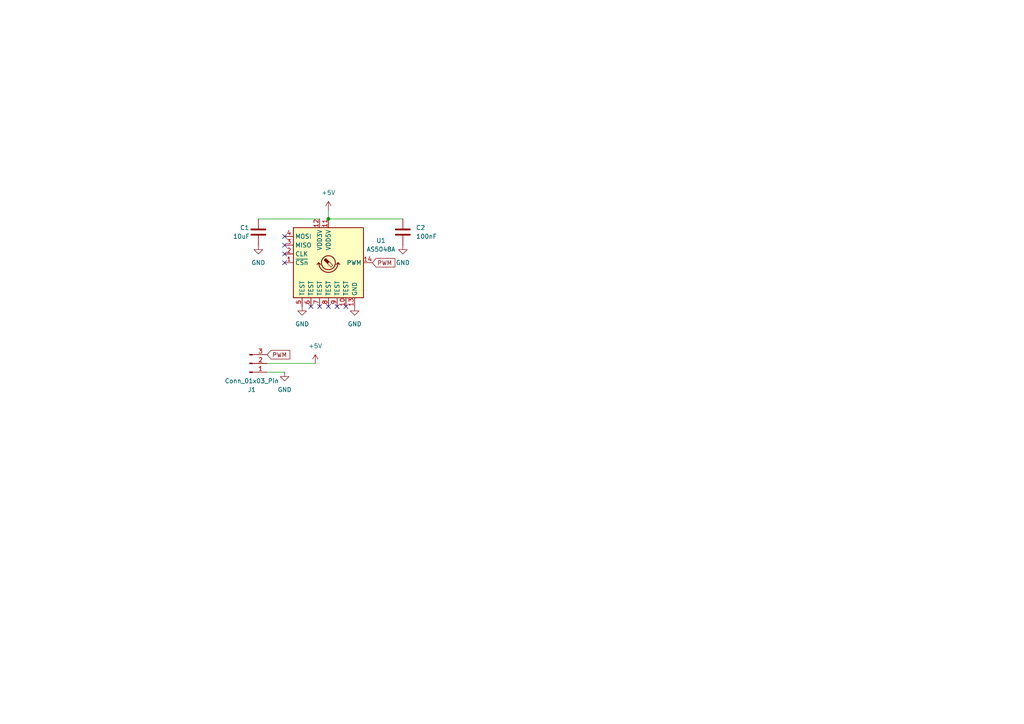
<source format=kicad_sch>
(kicad_sch
	(version 20250114)
	(generator "eeschema")
	(generator_version "9.0")
	(uuid "12b84e59-acf9-4c58-834b-667101f9c7f3")
	(paper "A4")
	(lib_symbols
		(symbol "Connector:Conn_01x03_Pin"
			(pin_names
				(offset 1.016)
				(hide yes)
			)
			(exclude_from_sim no)
			(in_bom yes)
			(on_board yes)
			(property "Reference" "J"
				(at 0 5.08 0)
				(effects
					(font
						(size 1.27 1.27)
					)
				)
			)
			(property "Value" "Conn_01x03_Pin"
				(at 0 -5.08 0)
				(effects
					(font
						(size 1.27 1.27)
					)
				)
			)
			(property "Footprint" ""
				(at 0 0 0)
				(effects
					(font
						(size 1.27 1.27)
					)
					(hide yes)
				)
			)
			(property "Datasheet" "~"
				(at 0 0 0)
				(effects
					(font
						(size 1.27 1.27)
					)
					(hide yes)
				)
			)
			(property "Description" "Generic connector, single row, 01x03, script generated"
				(at 0 0 0)
				(effects
					(font
						(size 1.27 1.27)
					)
					(hide yes)
				)
			)
			(property "ki_locked" ""
				(at 0 0 0)
				(effects
					(font
						(size 1.27 1.27)
					)
				)
			)
			(property "ki_keywords" "connector"
				(at 0 0 0)
				(effects
					(font
						(size 1.27 1.27)
					)
					(hide yes)
				)
			)
			(property "ki_fp_filters" "Connector*:*_1x??_*"
				(at 0 0 0)
				(effects
					(font
						(size 1.27 1.27)
					)
					(hide yes)
				)
			)
			(symbol "Conn_01x03_Pin_1_1"
				(rectangle
					(start 0.8636 2.667)
					(end 0 2.413)
					(stroke
						(width 0.1524)
						(type default)
					)
					(fill
						(type outline)
					)
				)
				(rectangle
					(start 0.8636 0.127)
					(end 0 -0.127)
					(stroke
						(width 0.1524)
						(type default)
					)
					(fill
						(type outline)
					)
				)
				(rectangle
					(start 0.8636 -2.413)
					(end 0 -2.667)
					(stroke
						(width 0.1524)
						(type default)
					)
					(fill
						(type outline)
					)
				)
				(polyline
					(pts
						(xy 1.27 2.54) (xy 0.8636 2.54)
					)
					(stroke
						(width 0.1524)
						(type default)
					)
					(fill
						(type none)
					)
				)
				(polyline
					(pts
						(xy 1.27 0) (xy 0.8636 0)
					)
					(stroke
						(width 0.1524)
						(type default)
					)
					(fill
						(type none)
					)
				)
				(polyline
					(pts
						(xy 1.27 -2.54) (xy 0.8636 -2.54)
					)
					(stroke
						(width 0.1524)
						(type default)
					)
					(fill
						(type none)
					)
				)
				(pin passive line
					(at 5.08 2.54 180)
					(length 3.81)
					(name "Pin_1"
						(effects
							(font
								(size 1.27 1.27)
							)
						)
					)
					(number "1"
						(effects
							(font
								(size 1.27 1.27)
							)
						)
					)
				)
				(pin passive line
					(at 5.08 0 180)
					(length 3.81)
					(name "Pin_2"
						(effects
							(font
								(size 1.27 1.27)
							)
						)
					)
					(number "2"
						(effects
							(font
								(size 1.27 1.27)
							)
						)
					)
				)
				(pin passive line
					(at 5.08 -2.54 180)
					(length 3.81)
					(name "Pin_3"
						(effects
							(font
								(size 1.27 1.27)
							)
						)
					)
					(number "3"
						(effects
							(font
								(size 1.27 1.27)
							)
						)
					)
				)
			)
			(embedded_fonts no)
		)
		(symbol "Device:C"
			(pin_numbers
				(hide yes)
			)
			(pin_names
				(offset 0.254)
			)
			(exclude_from_sim no)
			(in_bom yes)
			(on_board yes)
			(property "Reference" "C"
				(at 0.635 2.54 0)
				(effects
					(font
						(size 1.27 1.27)
					)
					(justify left)
				)
			)
			(property "Value" "C"
				(at 0.635 -2.54 0)
				(effects
					(font
						(size 1.27 1.27)
					)
					(justify left)
				)
			)
			(property "Footprint" ""
				(at 0.9652 -3.81 0)
				(effects
					(font
						(size 1.27 1.27)
					)
					(hide yes)
				)
			)
			(property "Datasheet" "~"
				(at 0 0 0)
				(effects
					(font
						(size 1.27 1.27)
					)
					(hide yes)
				)
			)
			(property "Description" "Unpolarized capacitor"
				(at 0 0 0)
				(effects
					(font
						(size 1.27 1.27)
					)
					(hide yes)
				)
			)
			(property "ki_keywords" "cap capacitor"
				(at 0 0 0)
				(effects
					(font
						(size 1.27 1.27)
					)
					(hide yes)
				)
			)
			(property "ki_fp_filters" "C_*"
				(at 0 0 0)
				(effects
					(font
						(size 1.27 1.27)
					)
					(hide yes)
				)
			)
			(symbol "C_0_1"
				(polyline
					(pts
						(xy -2.032 0.762) (xy 2.032 0.762)
					)
					(stroke
						(width 0.508)
						(type default)
					)
					(fill
						(type none)
					)
				)
				(polyline
					(pts
						(xy -2.032 -0.762) (xy 2.032 -0.762)
					)
					(stroke
						(width 0.508)
						(type default)
					)
					(fill
						(type none)
					)
				)
			)
			(symbol "C_1_1"
				(pin passive line
					(at 0 3.81 270)
					(length 2.794)
					(name "~"
						(effects
							(font
								(size 1.27 1.27)
							)
						)
					)
					(number "1"
						(effects
							(font
								(size 1.27 1.27)
							)
						)
					)
				)
				(pin passive line
					(at 0 -3.81 90)
					(length 2.794)
					(name "~"
						(effects
							(font
								(size 1.27 1.27)
							)
						)
					)
					(number "2"
						(effects
							(font
								(size 1.27 1.27)
							)
						)
					)
				)
			)
			(embedded_fonts no)
		)
		(symbol "Sensor_Magnetic:AS5048A"
			(exclude_from_sim no)
			(in_bom yes)
			(on_board yes)
			(property "Reference" "U"
				(at -10.16 11.43 0)
				(effects
					(font
						(size 1.27 1.27)
					)
					(justify left)
				)
			)
			(property "Value" "AS5048A"
				(at 10.16 11.43 0)
				(effects
					(font
						(size 1.27 1.27)
					)
					(justify right)
				)
			)
			(property "Footprint" "Package_SO:TSSOP-14_4.4x5mm_P0.65mm"
				(at 0 -19.05 0)
				(effects
					(font
						(size 1.27 1.27)
					)
					(hide yes)
				)
			)
			(property "Datasheet" "https://ams.com/documents/20143/36005/AS5048_DS000298_4-00.pdf"
				(at -54.61 40.64 0)
				(effects
					(font
						(size 1.27 1.27)
					)
					(hide yes)
				)
			)
			(property "Description" "Magnetic position sensor, 14-bit, PWM output, SPI Interface, TSSOP-14"
				(at 0 0 0)
				(effects
					(font
						(size 1.27 1.27)
					)
					(hide yes)
				)
			)
			(property "ki_keywords" "sensor magnetic hall position rotation spi"
				(at 0 0 0)
				(effects
					(font
						(size 1.27 1.27)
					)
					(hide yes)
				)
			)
			(property "ki_fp_filters" "TSSOP*4.4x5mm*P0.65mm*"
				(at 0 0 0)
				(effects
					(font
						(size 1.27 1.27)
					)
					(hide yes)
				)
			)
			(symbol "AS5048A_0_1"
				(rectangle
					(start -10.16 10.16)
					(end 10.16 -10.16)
					(stroke
						(width 0.254)
						(type default)
					)
					(fill
						(type background)
					)
				)
				(polyline
					(pts
						(xy -2.794 0) (xy -3.302 -0.508)
					)
					(stroke
						(width 0.254)
						(type default)
					)
					(fill
						(type none)
					)
				)
				(polyline
					(pts
						(xy -2.794 0) (xy -2.286 -0.508)
					)
					(stroke
						(width 0.254)
						(type default)
					)
					(fill
						(type none)
					)
				)
				(arc
					(start 2.794 0)
					(mid 0 -2.7819)
					(end -2.794 0)
					(stroke
						(width 0.254)
						(type default)
					)
					(fill
						(type none)
					)
				)
				(polyline
					(pts
						(xy 2.794 0) (xy 2.286 -0.508)
					)
					(stroke
						(width 0.254)
						(type default)
					)
					(fill
						(type none)
					)
				)
				(polyline
					(pts
						(xy 2.794 0) (xy 3.302 -0.508)
					)
					(stroke
						(width 0.254)
						(type default)
					)
					(fill
						(type none)
					)
				)
			)
			(symbol "AS5048A_1_1"
				(polyline
					(pts
						(xy -0.762 1.27) (xy 0.254 0.254) (xy -0.254 -0.254) (xy -1.27 0.762) (xy -1.016 1.016) (xy -0.762 1.27)
						(xy -0.635 1.143)
					)
					(stroke
						(width 0)
						(type default)
					)
					(fill
						(type outline)
					)
				)
				(circle
					(center 0 0)
					(radius 2.032)
					(stroke
						(width 0.254)
						(type default)
					)
					(fill
						(type none)
					)
				)
				(polyline
					(pts
						(xy 0.254 0.254) (xy 1.27 -0.762) (xy 0.762 -1.27) (xy -0.254 -0.254)
					)
					(stroke
						(width 0)
						(type default)
					)
					(fill
						(type none)
					)
				)
				(pin input line
					(at -12.7 7.62 0)
					(length 2.54)
					(name "MOSI"
						(effects
							(font
								(size 1.27 1.27)
							)
						)
					)
					(number "4"
						(effects
							(font
								(size 1.27 1.27)
							)
						)
					)
				)
				(pin output line
					(at -12.7 5.08 0)
					(length 2.54)
					(name "MISO"
						(effects
							(font
								(size 1.27 1.27)
							)
						)
					)
					(number "3"
						(effects
							(font
								(size 1.27 1.27)
							)
						)
					)
				)
				(pin input line
					(at -12.7 2.54 0)
					(length 2.54)
					(name "CLK"
						(effects
							(font
								(size 1.27 1.27)
							)
						)
					)
					(number "2"
						(effects
							(font
								(size 1.27 1.27)
							)
						)
					)
				)
				(pin input line
					(at -12.7 0 0)
					(length 2.54)
					(name "~{CSn}"
						(effects
							(font
								(size 1.27 1.27)
							)
						)
					)
					(number "1"
						(effects
							(font
								(size 1.27 1.27)
							)
						)
					)
				)
				(pin passive line
					(at -7.62 -12.7 90)
					(length 2.54)
					(name "TEST"
						(effects
							(font
								(size 1.27 1.27)
							)
						)
					)
					(number "5"
						(effects
							(font
								(size 1.27 1.27)
							)
						)
					)
				)
				(pin passive line
					(at -5.08 -12.7 90)
					(length 2.54)
					(name "TEST"
						(effects
							(font
								(size 1.27 1.27)
							)
						)
					)
					(number "6"
						(effects
							(font
								(size 1.27 1.27)
							)
						)
					)
				)
				(pin power_in line
					(at -2.54 12.7 270)
					(length 2.54)
					(name "VDD3V"
						(effects
							(font
								(size 1.27 1.27)
							)
						)
					)
					(number "12"
						(effects
							(font
								(size 1.27 1.27)
							)
						)
					)
				)
				(pin passive line
					(at -2.54 -12.7 90)
					(length 2.54)
					(name "TEST"
						(effects
							(font
								(size 1.27 1.27)
							)
						)
					)
					(number "7"
						(effects
							(font
								(size 1.27 1.27)
							)
						)
					)
				)
				(pin power_in line
					(at 0 12.7 270)
					(length 2.54)
					(name "VDD5V"
						(effects
							(font
								(size 1.27 1.27)
							)
						)
					)
					(number "11"
						(effects
							(font
								(size 1.27 1.27)
							)
						)
					)
				)
				(pin passive line
					(at 0 -12.7 90)
					(length 2.54)
					(name "TEST"
						(effects
							(font
								(size 1.27 1.27)
							)
						)
					)
					(number "8"
						(effects
							(font
								(size 1.27 1.27)
							)
						)
					)
				)
				(pin passive line
					(at 2.54 -12.7 90)
					(length 2.54)
					(name "TEST"
						(effects
							(font
								(size 1.27 1.27)
							)
						)
					)
					(number "9"
						(effects
							(font
								(size 1.27 1.27)
							)
						)
					)
				)
				(pin passive line
					(at 5.08 -12.7 90)
					(length 2.54)
					(name "TEST"
						(effects
							(font
								(size 1.27 1.27)
							)
						)
					)
					(number "10"
						(effects
							(font
								(size 1.27 1.27)
							)
						)
					)
				)
				(pin power_in line
					(at 7.62 -12.7 90)
					(length 2.54)
					(name "GND"
						(effects
							(font
								(size 1.27 1.27)
							)
						)
					)
					(number "13"
						(effects
							(font
								(size 1.27 1.27)
							)
						)
					)
				)
				(pin output line
					(at 12.7 0 180)
					(length 2.54)
					(name "PWM"
						(effects
							(font
								(size 1.27 1.27)
							)
						)
					)
					(number "14"
						(effects
							(font
								(size 1.27 1.27)
							)
						)
					)
				)
			)
			(embedded_fonts no)
		)
		(symbol "power:+5V"
			(power)
			(pin_numbers
				(hide yes)
			)
			(pin_names
				(offset 0)
				(hide yes)
			)
			(exclude_from_sim no)
			(in_bom yes)
			(on_board yes)
			(property "Reference" "#PWR"
				(at 0 -3.81 0)
				(effects
					(font
						(size 1.27 1.27)
					)
					(hide yes)
				)
			)
			(property "Value" "+5V"
				(at 0 3.556 0)
				(effects
					(font
						(size 1.27 1.27)
					)
				)
			)
			(property "Footprint" ""
				(at 0 0 0)
				(effects
					(font
						(size 1.27 1.27)
					)
					(hide yes)
				)
			)
			(property "Datasheet" ""
				(at 0 0 0)
				(effects
					(font
						(size 1.27 1.27)
					)
					(hide yes)
				)
			)
			(property "Description" "Power symbol creates a global label with name \"+5V\""
				(at 0 0 0)
				(effects
					(font
						(size 1.27 1.27)
					)
					(hide yes)
				)
			)
			(property "ki_keywords" "global power"
				(at 0 0 0)
				(effects
					(font
						(size 1.27 1.27)
					)
					(hide yes)
				)
			)
			(symbol "+5V_0_1"
				(polyline
					(pts
						(xy -0.762 1.27) (xy 0 2.54)
					)
					(stroke
						(width 0)
						(type default)
					)
					(fill
						(type none)
					)
				)
				(polyline
					(pts
						(xy 0 2.54) (xy 0.762 1.27)
					)
					(stroke
						(width 0)
						(type default)
					)
					(fill
						(type none)
					)
				)
				(polyline
					(pts
						(xy 0 0) (xy 0 2.54)
					)
					(stroke
						(width 0)
						(type default)
					)
					(fill
						(type none)
					)
				)
			)
			(symbol "+5V_1_1"
				(pin power_in line
					(at 0 0 90)
					(length 0)
					(name "~"
						(effects
							(font
								(size 1.27 1.27)
							)
						)
					)
					(number "1"
						(effects
							(font
								(size 1.27 1.27)
							)
						)
					)
				)
			)
			(embedded_fonts no)
		)
		(symbol "power:GND"
			(power)
			(pin_numbers
				(hide yes)
			)
			(pin_names
				(offset 0)
				(hide yes)
			)
			(exclude_from_sim no)
			(in_bom yes)
			(on_board yes)
			(property "Reference" "#PWR"
				(at 0 -6.35 0)
				(effects
					(font
						(size 1.27 1.27)
					)
					(hide yes)
				)
			)
			(property "Value" "GND"
				(at 0 -3.81 0)
				(effects
					(font
						(size 1.27 1.27)
					)
				)
			)
			(property "Footprint" ""
				(at 0 0 0)
				(effects
					(font
						(size 1.27 1.27)
					)
					(hide yes)
				)
			)
			(property "Datasheet" ""
				(at 0 0 0)
				(effects
					(font
						(size 1.27 1.27)
					)
					(hide yes)
				)
			)
			(property "Description" "Power symbol creates a global label with name \"GND\" , ground"
				(at 0 0 0)
				(effects
					(font
						(size 1.27 1.27)
					)
					(hide yes)
				)
			)
			(property "ki_keywords" "global power"
				(at 0 0 0)
				(effects
					(font
						(size 1.27 1.27)
					)
					(hide yes)
				)
			)
			(symbol "GND_0_1"
				(polyline
					(pts
						(xy 0 0) (xy 0 -1.27) (xy 1.27 -1.27) (xy 0 -2.54) (xy -1.27 -1.27) (xy 0 -1.27)
					)
					(stroke
						(width 0)
						(type default)
					)
					(fill
						(type none)
					)
				)
			)
			(symbol "GND_1_1"
				(pin power_in line
					(at 0 0 270)
					(length 0)
					(name "~"
						(effects
							(font
								(size 1.27 1.27)
							)
						)
					)
					(number "1"
						(effects
							(font
								(size 1.27 1.27)
							)
						)
					)
				)
			)
			(embedded_fonts no)
		)
	)
	(junction
		(at 95.25 63.5)
		(diameter 0)
		(color 0 0 0 0)
		(uuid "0016a56e-82fd-4350-b520-be336a32f92e")
	)
	(no_connect
		(at 82.55 68.58)
		(uuid "0c7e03a8-e162-494a-a1c5-ab06b2da193b")
	)
	(no_connect
		(at 100.33 88.9)
		(uuid "141a1397-9893-4fb1-b963-0b1d1445d88b")
	)
	(no_connect
		(at 90.17 88.9)
		(uuid "18fd6758-1444-447a-a58e-0214f6338501")
	)
	(no_connect
		(at 82.55 73.66)
		(uuid "3916f096-7fdb-4729-aa72-c09a535df4ac")
	)
	(no_connect
		(at 95.25 88.9)
		(uuid "6f4136cd-ba6d-418a-ab05-8f5139f1fbd1")
	)
	(no_connect
		(at 82.55 76.2)
		(uuid "a62f0273-48d3-4063-b404-e45c040ad2ff")
	)
	(no_connect
		(at 97.79 88.9)
		(uuid "b04dfe1b-a9ee-4845-a184-7f807c053dbb")
	)
	(no_connect
		(at 92.71 88.9)
		(uuid "ced27edb-91ea-4b89-99ff-300d7b91dd97")
	)
	(no_connect
		(at 82.55 71.12)
		(uuid "eb256c21-91d1-464d-b986-be8cee76f9b1")
	)
	(wire
		(pts
			(xy 77.47 105.41) (xy 91.44 105.41)
		)
		(stroke
			(width 0)
			(type default)
		)
		(uuid "011aa727-faed-4deb-b751-212416b2012a")
	)
	(wire
		(pts
			(xy 77.47 107.95) (xy 82.55 107.95)
		)
		(stroke
			(width 0)
			(type default)
		)
		(uuid "0fb28c22-e602-4ee4-bde3-3acd11c2e352")
	)
	(wire
		(pts
			(xy 95.25 60.96) (xy 95.25 63.5)
		)
		(stroke
			(width 0)
			(type default)
		)
		(uuid "b4ea70a6-312d-409e-9209-8ddfda44da0c")
	)
	(wire
		(pts
			(xy 95.25 63.5) (xy 116.84 63.5)
		)
		(stroke
			(width 0)
			(type default)
		)
		(uuid "ccb0d069-ee5c-42ac-9100-55a98c1264d8")
	)
	(wire
		(pts
			(xy 74.93 63.5) (xy 92.71 63.5)
		)
		(stroke
			(width 0)
			(type default)
		)
		(uuid "d1698fff-4c90-4d3d-8086-6a9543ee7b67")
	)
	(global_label "PWM"
		(shape input)
		(at 77.47 102.87 0)
		(fields_autoplaced yes)
		(effects
			(font
				(size 1.27 1.27)
			)
			(justify left)
		)
		(uuid "54f1d3e5-80b8-4fc1-9b28-5b7ed5396994")
		(property "Intersheetrefs" "${INTERSHEET_REFS}"
			(at 84.628 102.87 0)
			(effects
				(font
					(size 1.27 1.27)
				)
				(justify left)
				(hide yes)
			)
		)
	)
	(global_label "PWM"
		(shape input)
		(at 107.95 76.2 0)
		(fields_autoplaced yes)
		(effects
			(font
				(size 1.27 1.27)
			)
			(justify left)
		)
		(uuid "c6406dfa-7bb4-4266-a57f-0b90d319d72c")
		(property "Intersheetrefs" "${INTERSHEET_REFS}"
			(at 115.108 76.2 0)
			(effects
				(font
					(size 1.27 1.27)
				)
				(justify left)
				(hide yes)
			)
		)
	)
	(symbol
		(lib_id "Sensor_Magnetic:AS5048A")
		(at 95.25 76.2 0)
		(unit 1)
		(exclude_from_sim no)
		(in_bom yes)
		(on_board yes)
		(dnp no)
		(fields_autoplaced yes)
		(uuid "0078293d-408c-4a35-9754-bce3f23c236c")
		(property "Reference" "U1"
			(at 110.49 69.7798 0)
			(effects
				(font
					(size 1.27 1.27)
				)
			)
		)
		(property "Value" "AS5048A"
			(at 110.49 72.3198 0)
			(effects
				(font
					(size 1.27 1.27)
				)
			)
		)
		(property "Footprint" "Package_SO:TSSOP-14_4.4x5mm_P0.65mm"
			(at 95.25 95.25 0)
			(effects
				(font
					(size 1.27 1.27)
				)
				(hide yes)
			)
		)
		(property "Datasheet" "https://ams.com/documents/20143/36005/AS5048_DS000298_4-00.pdf"
			(at 40.64 35.56 0)
			(effects
				(font
					(size 1.27 1.27)
				)
				(hide yes)
			)
		)
		(property "Description" "Magnetic position sensor, 14-bit, PWM output, SPI Interface, TSSOP-14"
			(at 95.25 76.2 0)
			(effects
				(font
					(size 1.27 1.27)
				)
				(hide yes)
			)
		)
		(pin "12"
			(uuid "f3e070a1-457e-445f-abf1-c1f497859000")
		)
		(pin "13"
			(uuid "508ab84d-e4cf-4bfe-8298-b29244cb21ad")
		)
		(pin "1"
			(uuid "831c6f3d-6851-419a-8511-3d4e9b56b6bf")
		)
		(pin "8"
			(uuid "3f5bcc6e-da7b-45d9-8e5c-7010f70c4f5b")
		)
		(pin "14"
			(uuid "531fc4d0-7779-4005-90c1-b9c95fc716e0")
		)
		(pin "9"
			(uuid "a2138628-77b5-445c-811c-449e47d08ad3")
		)
		(pin "6"
			(uuid "c5b533d8-b3f1-4045-b83a-8963a1288e1e")
		)
		(pin "3"
			(uuid "820e0fe6-4390-4c3a-bcaf-5a596ca431fe")
		)
		(pin "7"
			(uuid "6894d215-2829-4940-9f29-4222603832fd")
		)
		(pin "2"
			(uuid "79601387-0a3a-435a-8022-6dfefbfed149")
		)
		(pin "11"
			(uuid "21e8d6f7-3154-425d-889c-5176fb519245")
		)
		(pin "10"
			(uuid "b048765a-93fe-47ea-8bef-c6ac619d1bbe")
		)
		(pin "4"
			(uuid "640cbaef-c37e-4683-9fa0-35da64c64048")
		)
		(pin "5"
			(uuid "a1aa9a71-83e1-4384-85aa-3059421c94c2")
		)
		(instances
			(project ""
				(path "/12b84e59-acf9-4c58-834b-667101f9c7f3"
					(reference "U1")
					(unit 1)
				)
			)
		)
	)
	(symbol
		(lib_id "power:+5V")
		(at 91.44 105.41 0)
		(unit 1)
		(exclude_from_sim no)
		(in_bom yes)
		(on_board yes)
		(dnp no)
		(fields_autoplaced yes)
		(uuid "01f95393-9e92-4692-9fea-a6196ffa4ff1")
		(property "Reference" "#PWR07"
			(at 91.44 109.22 0)
			(effects
				(font
					(size 1.27 1.27)
				)
				(hide yes)
			)
		)
		(property "Value" "+5V"
			(at 91.44 100.33 0)
			(effects
				(font
					(size 1.27 1.27)
				)
			)
		)
		(property "Footprint" ""
			(at 91.44 105.41 0)
			(effects
				(font
					(size 1.27 1.27)
				)
				(hide yes)
			)
		)
		(property "Datasheet" ""
			(at 91.44 105.41 0)
			(effects
				(font
					(size 1.27 1.27)
				)
				(hide yes)
			)
		)
		(property "Description" "Power symbol creates a global label with name \"+5V\""
			(at 91.44 105.41 0)
			(effects
				(font
					(size 1.27 1.27)
				)
				(hide yes)
			)
		)
		(pin "1"
			(uuid "5733fa84-d71a-4162-bab3-50d0d19014e4")
		)
		(instances
			(project "encoder"
				(path "/12b84e59-acf9-4c58-834b-667101f9c7f3"
					(reference "#PWR07")
					(unit 1)
				)
			)
		)
	)
	(symbol
		(lib_id "Connector:Conn_01x03_Pin")
		(at 72.39 105.41 0)
		(mirror x)
		(unit 1)
		(exclude_from_sim no)
		(in_bom yes)
		(on_board yes)
		(dnp no)
		(uuid "15918ec9-cec4-427a-b6cc-51468fef1be6")
		(property "Reference" "J1"
			(at 73.025 113.03 0)
			(effects
				(font
					(size 1.27 1.27)
				)
			)
		)
		(property "Value" "Conn_01x03_Pin"
			(at 73.025 110.49 0)
			(effects
				(font
					(size 1.27 1.27)
				)
			)
		)
		(property "Footprint" "molexsl:CONN_70553-xxxx_03_MOL"
			(at 72.39 105.41 0)
			(effects
				(font
					(size 1.27 1.27)
				)
				(hide yes)
			)
		)
		(property "Datasheet" "~"
			(at 72.39 105.41 0)
			(effects
				(font
					(size 1.27 1.27)
				)
				(hide yes)
			)
		)
		(property "Description" "Generic connector, single row, 01x03, script generated"
			(at 72.39 105.41 0)
			(effects
				(font
					(size 1.27 1.27)
				)
				(hide yes)
			)
		)
		(pin "2"
			(uuid "e277b97c-ed20-46c6-9197-96a7049d9419")
		)
		(pin "1"
			(uuid "26fe0b34-4ddb-4c81-a91a-8ab160a24106")
		)
		(pin "3"
			(uuid "744da495-4bfe-4a89-8907-2e36d90fb94b")
		)
		(instances
			(project ""
				(path "/12b84e59-acf9-4c58-834b-667101f9c7f3"
					(reference "J1")
					(unit 1)
				)
			)
		)
	)
	(symbol
		(lib_id "power:GND")
		(at 116.84 71.12 0)
		(unit 1)
		(exclude_from_sim no)
		(in_bom yes)
		(on_board yes)
		(dnp no)
		(fields_autoplaced yes)
		(uuid "4ee617d0-1d9b-400c-a8ae-51b2885d43c9")
		(property "Reference" "#PWR04"
			(at 116.84 77.47 0)
			(effects
				(font
					(size 1.27 1.27)
				)
				(hide yes)
			)
		)
		(property "Value" "GND"
			(at 116.84 76.2 0)
			(effects
				(font
					(size 1.27 1.27)
				)
			)
		)
		(property "Footprint" ""
			(at 116.84 71.12 0)
			(effects
				(font
					(size 1.27 1.27)
				)
				(hide yes)
			)
		)
		(property "Datasheet" ""
			(at 116.84 71.12 0)
			(effects
				(font
					(size 1.27 1.27)
				)
				(hide yes)
			)
		)
		(property "Description" "Power symbol creates a global label with name \"GND\" , ground"
			(at 116.84 71.12 0)
			(effects
				(font
					(size 1.27 1.27)
				)
				(hide yes)
			)
		)
		(pin "1"
			(uuid "e8fe2f7d-4f4b-4a4c-93c5-6563eecd887a")
		)
		(instances
			(project "encoder"
				(path "/12b84e59-acf9-4c58-834b-667101f9c7f3"
					(reference "#PWR04")
					(unit 1)
				)
			)
		)
	)
	(symbol
		(lib_id "power:GND")
		(at 82.55 107.95 0)
		(unit 1)
		(exclude_from_sim no)
		(in_bom yes)
		(on_board yes)
		(dnp no)
		(fields_autoplaced yes)
		(uuid "542481fd-b90a-480a-9fd3-f9991cd596ad")
		(property "Reference" "#PWR06"
			(at 82.55 114.3 0)
			(effects
				(font
					(size 1.27 1.27)
				)
				(hide yes)
			)
		)
		(property "Value" "GND"
			(at 82.55 113.03 0)
			(effects
				(font
					(size 1.27 1.27)
				)
			)
		)
		(property "Footprint" ""
			(at 82.55 107.95 0)
			(effects
				(font
					(size 1.27 1.27)
				)
				(hide yes)
			)
		)
		(property "Datasheet" ""
			(at 82.55 107.95 0)
			(effects
				(font
					(size 1.27 1.27)
				)
				(hide yes)
			)
		)
		(property "Description" "Power symbol creates a global label with name \"GND\" , ground"
			(at 82.55 107.95 0)
			(effects
				(font
					(size 1.27 1.27)
				)
				(hide yes)
			)
		)
		(pin "1"
			(uuid "985050ba-6624-4f6e-884d-1e33383b6ee0")
		)
		(instances
			(project "encoder"
				(path "/12b84e59-acf9-4c58-834b-667101f9c7f3"
					(reference "#PWR06")
					(unit 1)
				)
			)
		)
	)
	(symbol
		(lib_id "power:GND")
		(at 87.63 88.9 0)
		(unit 1)
		(exclude_from_sim no)
		(in_bom yes)
		(on_board yes)
		(dnp no)
		(fields_autoplaced yes)
		(uuid "6045ae0b-0476-4034-8e1a-5a43b444a5a4")
		(property "Reference" "#PWR01"
			(at 87.63 95.25 0)
			(effects
				(font
					(size 1.27 1.27)
				)
				(hide yes)
			)
		)
		(property "Value" "GND"
			(at 87.63 93.98 0)
			(effects
				(font
					(size 1.27 1.27)
				)
			)
		)
		(property "Footprint" ""
			(at 87.63 88.9 0)
			(effects
				(font
					(size 1.27 1.27)
				)
				(hide yes)
			)
		)
		(property "Datasheet" ""
			(at 87.63 88.9 0)
			(effects
				(font
					(size 1.27 1.27)
				)
				(hide yes)
			)
		)
		(property "Description" "Power symbol creates a global label with name \"GND\" , ground"
			(at 87.63 88.9 0)
			(effects
				(font
					(size 1.27 1.27)
				)
				(hide yes)
			)
		)
		(pin "1"
			(uuid "41ccb2a4-4391-4f95-af82-965798e81387")
		)
		(instances
			(project ""
				(path "/12b84e59-acf9-4c58-834b-667101f9c7f3"
					(reference "#PWR01")
					(unit 1)
				)
			)
		)
	)
	(symbol
		(lib_id "Device:C")
		(at 74.93 67.31 180)
		(unit 1)
		(exclude_from_sim no)
		(in_bom yes)
		(on_board yes)
		(dnp no)
		(uuid "850ce1c8-2d5d-435b-84c8-0b02f8dde255")
		(property "Reference" "C1"
			(at 69.596 66.04 0)
			(effects
				(font
					(size 1.27 1.27)
				)
				(justify right)
			)
		)
		(property "Value" "10uF"
			(at 67.564 68.58 0)
			(effects
				(font
					(size 1.27 1.27)
				)
				(justify right)
			)
		)
		(property "Footprint" "Capacitor_SMD:C_0603_1608Metric"
			(at 73.9648 63.5 0)
			(effects
				(font
					(size 1.27 1.27)
				)
				(hide yes)
			)
		)
		(property "Datasheet" "~"
			(at 74.93 67.31 0)
			(effects
				(font
					(size 1.27 1.27)
				)
				(hide yes)
			)
		)
		(property "Description" "Unpolarized capacitor"
			(at 74.93 67.31 0)
			(effects
				(font
					(size 1.27 1.27)
				)
				(hide yes)
			)
		)
		(pin "1"
			(uuid "660e6708-9ecd-4f59-8888-75c36edd4a6f")
		)
		(pin "2"
			(uuid "d4e0f7eb-4b4b-43de-8399-3fc78f9fffe3")
		)
		(instances
			(project ""
				(path "/12b84e59-acf9-4c58-834b-667101f9c7f3"
					(reference "C1")
					(unit 1)
				)
			)
		)
	)
	(symbol
		(lib_id "power:+5V")
		(at 95.25 60.96 0)
		(unit 1)
		(exclude_from_sim no)
		(in_bom yes)
		(on_board yes)
		(dnp no)
		(fields_autoplaced yes)
		(uuid "9135d8b3-7463-4c32-8218-9173f70ce0cd")
		(property "Reference" "#PWR05"
			(at 95.25 64.77 0)
			(effects
				(font
					(size 1.27 1.27)
				)
				(hide yes)
			)
		)
		(property "Value" "+5V"
			(at 95.25 55.88 0)
			(effects
				(font
					(size 1.27 1.27)
				)
			)
		)
		(property "Footprint" ""
			(at 95.25 60.96 0)
			(effects
				(font
					(size 1.27 1.27)
				)
				(hide yes)
			)
		)
		(property "Datasheet" ""
			(at 95.25 60.96 0)
			(effects
				(font
					(size 1.27 1.27)
				)
				(hide yes)
			)
		)
		(property "Description" "Power symbol creates a global label with name \"+5V\""
			(at 95.25 60.96 0)
			(effects
				(font
					(size 1.27 1.27)
				)
				(hide yes)
			)
		)
		(pin "1"
			(uuid "c8780c95-28a2-4adc-9f54-91ac1e4a9bc2")
		)
		(instances
			(project ""
				(path "/12b84e59-acf9-4c58-834b-667101f9c7f3"
					(reference "#PWR05")
					(unit 1)
				)
			)
		)
	)
	(symbol
		(lib_id "power:GND")
		(at 102.87 88.9 0)
		(unit 1)
		(exclude_from_sim no)
		(in_bom yes)
		(on_board yes)
		(dnp no)
		(fields_autoplaced yes)
		(uuid "ad1cbfac-b858-46f6-9a09-b683d0fa359d")
		(property "Reference" "#PWR02"
			(at 102.87 95.25 0)
			(effects
				(font
					(size 1.27 1.27)
				)
				(hide yes)
			)
		)
		(property "Value" "GND"
			(at 102.87 93.98 0)
			(effects
				(font
					(size 1.27 1.27)
				)
			)
		)
		(property "Footprint" ""
			(at 102.87 88.9 0)
			(effects
				(font
					(size 1.27 1.27)
				)
				(hide yes)
			)
		)
		(property "Datasheet" ""
			(at 102.87 88.9 0)
			(effects
				(font
					(size 1.27 1.27)
				)
				(hide yes)
			)
		)
		(property "Description" "Power symbol creates a global label with name \"GND\" , ground"
			(at 102.87 88.9 0)
			(effects
				(font
					(size 1.27 1.27)
				)
				(hide yes)
			)
		)
		(pin "1"
			(uuid "848d626e-75b6-4ca7-8874-433ed516c21e")
		)
		(instances
			(project ""
				(path "/12b84e59-acf9-4c58-834b-667101f9c7f3"
					(reference "#PWR02")
					(unit 1)
				)
			)
		)
	)
	(symbol
		(lib_id "power:GND")
		(at 74.93 71.12 0)
		(unit 1)
		(exclude_from_sim no)
		(in_bom yes)
		(on_board yes)
		(dnp no)
		(fields_autoplaced yes)
		(uuid "b55fa759-3edc-4fbb-868e-a13bb0c125d0")
		(property "Reference" "#PWR03"
			(at 74.93 77.47 0)
			(effects
				(font
					(size 1.27 1.27)
				)
				(hide yes)
			)
		)
		(property "Value" "GND"
			(at 74.93 76.2 0)
			(effects
				(font
					(size 1.27 1.27)
				)
			)
		)
		(property "Footprint" ""
			(at 74.93 71.12 0)
			(effects
				(font
					(size 1.27 1.27)
				)
				(hide yes)
			)
		)
		(property "Datasheet" ""
			(at 74.93 71.12 0)
			(effects
				(font
					(size 1.27 1.27)
				)
				(hide yes)
			)
		)
		(property "Description" "Power symbol creates a global label with name \"GND\" , ground"
			(at 74.93 71.12 0)
			(effects
				(font
					(size 1.27 1.27)
				)
				(hide yes)
			)
		)
		(pin "1"
			(uuid "ef2fc6c7-be54-4d3d-85e3-387b3a97e529")
		)
		(instances
			(project "encoder"
				(path "/12b84e59-acf9-4c58-834b-667101f9c7f3"
					(reference "#PWR03")
					(unit 1)
				)
			)
		)
	)
	(symbol
		(lib_id "Device:C")
		(at 116.84 67.31 0)
		(unit 1)
		(exclude_from_sim no)
		(in_bom yes)
		(on_board yes)
		(dnp no)
		(fields_autoplaced yes)
		(uuid "b6afc95c-10fe-403a-b5f0-7092258d0ce7")
		(property "Reference" "C2"
			(at 120.65 66.0399 0)
			(effects
				(font
					(size 1.27 1.27)
				)
				(justify left)
			)
		)
		(property "Value" "100nF"
			(at 120.65 68.5799 0)
			(effects
				(font
					(size 1.27 1.27)
				)
				(justify left)
			)
		)
		(property "Footprint" "Capacitor_SMD:C_0603_1608Metric"
			(at 117.8052 71.12 0)
			(effects
				(font
					(size 1.27 1.27)
				)
				(hide yes)
			)
		)
		(property "Datasheet" "~"
			(at 116.84 67.31 0)
			(effects
				(font
					(size 1.27 1.27)
				)
				(hide yes)
			)
		)
		(property "Description" "Unpolarized capacitor"
			(at 116.84 67.31 0)
			(effects
				(font
					(size 1.27 1.27)
				)
				(hide yes)
			)
		)
		(pin "2"
			(uuid "bf8e67f0-e8b3-45c5-b5fa-3c15d08923a1")
		)
		(pin "1"
			(uuid "ffecbf37-5c59-42aa-91af-9cb48145adbd")
		)
		(instances
			(project ""
				(path "/12b84e59-acf9-4c58-834b-667101f9c7f3"
					(reference "C2")
					(unit 1)
				)
			)
		)
	)
	(sheet_instances
		(path "/"
			(page "1")
		)
	)
	(embedded_fonts no)
)

</source>
